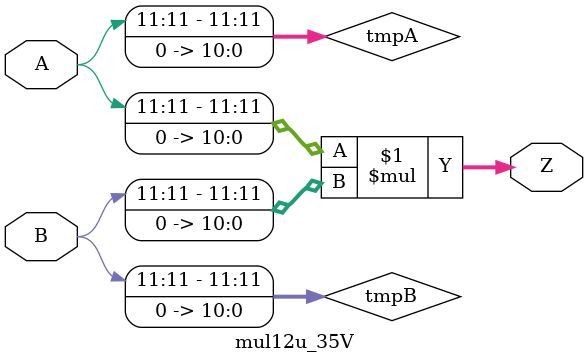
<source format=v>
/***
* This code is a part of EvoApproxLib library (ehw.fit.vutbr.cz/approxlib) distributed under The MIT License.
* When used, please cite the following article(s): V. Mrazek, Z. Vasicek, L. Sekanina, H. Jiang and J. Han, "Scalable Construction of Approximate Multipliers With Formally Guaranteed Worst Case Error" in IEEE Transactions on Very Large Scale Integration (VLSI) Systems, vol. 26, no. 11, pp. 2572-2576, Nov. 2018. doi: 10.1109/TVLSI.2018.2856362 
* This file contains a circuit from a sub-set of pareto optimal circuits with respect to the pwr and wce parameters
***/

//Behavioral model of 12-bit Truncated Multiplier
//Truncated bits: 11

module mul12u_35V(
	A, 
	B,
	Z
);

input [12-1:0] A;
input [12-1:0] B;
output [2*12-1:0] Z;

wire [12-1:0] tmpA;
wire [12-1:0] tmpB;
assign tmpA = {A[12-1:11],{11{1'b0}}};
assign tmpB = {B[12-1:11],{11{1'b0}}};
assign Z = tmpA * tmpB;
endmodule


</source>
